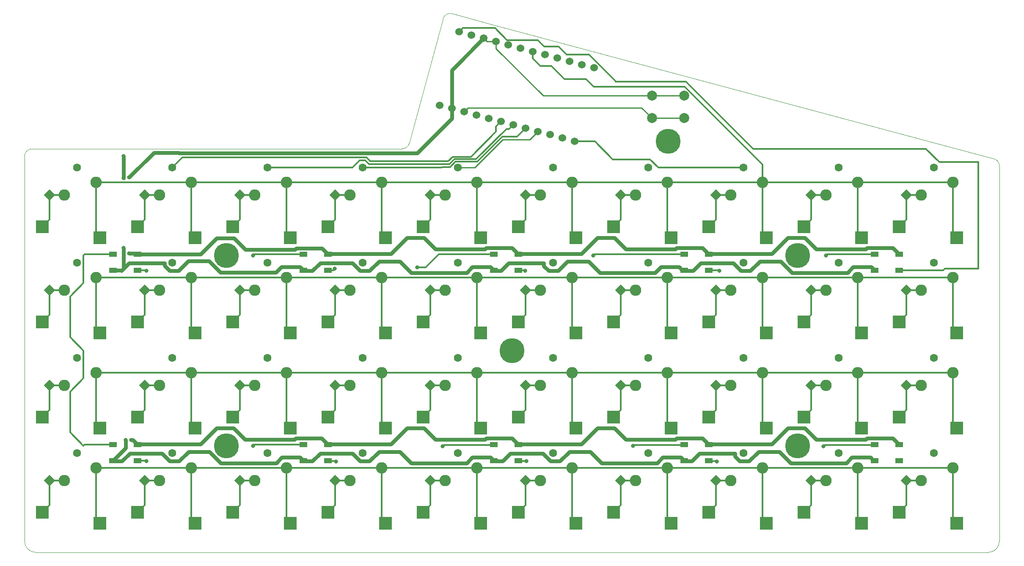
<source format=gbl>
G04 #@! TF.GenerationSoftware,KiCad,Pcbnew,6.0.7-f9a2dced07~116~ubuntu20.04.1*
G04 #@! TF.CreationDate,2022-09-22T19:19:26+08:00*
G04 #@! TF.ProjectId,V4,56342e6b-6963-4616-945f-706362585858,rev?*
G04 #@! TF.SameCoordinates,Original*
G04 #@! TF.FileFunction,Copper,L2,Bot*
G04 #@! TF.FilePolarity,Positive*
%FSLAX46Y46*%
G04 Gerber Fmt 4.6, Leading zero omitted, Abs format (unit mm)*
G04 Created by KiCad (PCBNEW 6.0.7-f9a2dced07~116~ubuntu20.04.1) date 2022-09-22 19:19:26*
%MOMM*%
%LPD*%
G01*
G04 APERTURE LIST*
G04 Aperture macros list*
%AMRotRect*
0 Rectangle, with rotation*
0 The origin of the aperture is its center*
0 $1 length*
0 $2 width*
0 $3 Rotation angle, in degrees counterclockwise*
0 Add horizontal line*
21,1,$1,$2,0,0,$3*%
G04 Aperture macros list end*
G04 #@! TA.AperFunction,Profile*
%ADD10C,0.050000*%
G04 #@! TD*
G04 #@! TA.AperFunction,ComponentPad*
%ADD11C,2.286000*%
G04 #@! TD*
G04 #@! TA.AperFunction,SMDPad,CuDef*
%ADD12R,2.600000X2.600000*%
G04 #@! TD*
G04 #@! TA.AperFunction,WasherPad*
%ADD13C,5.000000*%
G04 #@! TD*
G04 #@! TA.AperFunction,ComponentPad*
%ADD14C,2.000000*%
G04 #@! TD*
G04 #@! TA.AperFunction,ComponentPad*
%ADD15RotRect,1.600000X1.600000X45.000000*%
G04 #@! TD*
G04 #@! TA.AperFunction,ComponentPad*
%ADD16C,1.600000*%
G04 #@! TD*
G04 #@! TA.AperFunction,SMDPad,CuDef*
%ADD17R,1.500000X1.000000*%
G04 #@! TD*
G04 #@! TA.AperFunction,ComponentPad*
%ADD18C,1.524000*%
G04 #@! TD*
G04 #@! TA.AperFunction,ViaPad*
%ADD19C,0.800000*%
G04 #@! TD*
G04 #@! TA.AperFunction,Conductor*
%ADD20C,0.300000*%
G04 #@! TD*
G04 #@! TA.AperFunction,Conductor*
%ADD21C,0.250000*%
G04 #@! TD*
G04 #@! TA.AperFunction,Conductor*
%ADD22C,0.800000*%
G04 #@! TD*
G04 APERTURE END LIST*
D10*
X59436000Y-154686000D02*
X59436000Y-78486000D01*
X59436000Y-154686000D02*
G75*
G03*
X61722000Y-156972000I2286000J0D01*
G01*
X134962250Y-76200000D02*
X131178300Y-76200000D01*
X134962250Y-76200047D02*
G75*
G03*
X136434319Y-75070441I-50J1524047D01*
G01*
X60960000Y-76200000D02*
G75*
G03*
X59436000Y-77724000I0J-1524000D01*
G01*
X61722000Y-76200000D02*
X131178300Y-76200000D01*
X61722000Y-76200000D02*
X60960000Y-76200000D01*
X252222000Y-156972000D02*
X61722000Y-156972000D01*
X254507993Y-79667100D02*
G75*
G03*
X253365350Y-78179844I-1523993J11700D01*
G01*
X252222000Y-156972000D02*
G75*
G03*
X254508000Y-154686000I0J2286000D01*
G01*
X59436000Y-77724000D02*
X59436000Y-78486000D01*
X145016441Y-49147744D02*
X151738470Y-50953142D01*
X145016443Y-49147735D02*
G75*
G03*
X143149931Y-50225373I-394443J-1472065D01*
G01*
X254507999Y-79667100D02*
X254508000Y-154686000D01*
X151738470Y-50953142D02*
X253365350Y-78179844D01*
X143149931Y-50225373D02*
X136434319Y-75070441D01*
D11*
X226187000Y-140081000D03*
D12*
X226922000Y-151111000D03*
D11*
X219837000Y-142621000D03*
D12*
X215372000Y-148911000D03*
D11*
X226187001Y-101981000D03*
D12*
X226922001Y-113011000D03*
X215372001Y-110811000D03*
D11*
X219837001Y-104521000D03*
X149987000Y-101981000D03*
D12*
X150722000Y-113011000D03*
X139172000Y-110811000D03*
D11*
X143637000Y-104521000D03*
D12*
X245972000Y-151111000D03*
D11*
X245237000Y-140081000D03*
X238887000Y-142621000D03*
D12*
X234422000Y-148911000D03*
D11*
X130937000Y-82931000D03*
D12*
X131672000Y-93961000D03*
X120122000Y-91761000D03*
D11*
X124587000Y-85471000D03*
D12*
X131672000Y-132061000D03*
D11*
X130937000Y-121031000D03*
X124587000Y-123571000D03*
D12*
X120122000Y-129861000D03*
D13*
X188214000Y-74676000D03*
D11*
X130937000Y-140081000D03*
D12*
X131672000Y-151111000D03*
D11*
X124587000Y-142621000D03*
D12*
X120122000Y-148911000D03*
X188822000Y-93961000D03*
D11*
X188087000Y-82931000D03*
X181737000Y-85471000D03*
D12*
X177272000Y-91761000D03*
D11*
X188087000Y-101981000D03*
D12*
X188822000Y-113011000D03*
D11*
X181737000Y-104521000D03*
D12*
X177272000Y-110811000D03*
D11*
X207137000Y-82931000D03*
D12*
X207872000Y-93961000D03*
X196322000Y-91761000D03*
D11*
X200787000Y-85471000D03*
D12*
X150722000Y-132061000D03*
D11*
X149987000Y-121031000D03*
D12*
X139172000Y-129861000D03*
D11*
X143637000Y-123571000D03*
X111887001Y-101981000D03*
D12*
X112622001Y-113011000D03*
D11*
X105537001Y-104521000D03*
D12*
X101072001Y-110811000D03*
X245972000Y-132061000D03*
D11*
X245237000Y-121031000D03*
D12*
X234422000Y-129861000D03*
D11*
X238887000Y-123571000D03*
D12*
X93572000Y-132061001D03*
D11*
X92837000Y-121031001D03*
D12*
X82022000Y-129861001D03*
D11*
X86487000Y-123571001D03*
X111887000Y-140081000D03*
D12*
X112622000Y-151111000D03*
D11*
X105537000Y-142621000D03*
D12*
X101072000Y-148911000D03*
X112622000Y-93961000D03*
D11*
X111887000Y-82931000D03*
D12*
X101072000Y-91761000D03*
D11*
X105537000Y-85471000D03*
D12*
X93572000Y-151111000D03*
D11*
X92837000Y-140081000D03*
D12*
X82022000Y-148911000D03*
D11*
X86487000Y-142621000D03*
D13*
X214122000Y-97536000D03*
D11*
X245237000Y-82931000D03*
D12*
X245972000Y-93961000D03*
D11*
X238887000Y-85471000D03*
D12*
X234422000Y-91761000D03*
X169772000Y-132061000D03*
D11*
X169037000Y-121031000D03*
D12*
X158222000Y-129861000D03*
D11*
X162687000Y-123571000D03*
X149987000Y-82931000D03*
D12*
X150722000Y-93961000D03*
X139172000Y-91761000D03*
D11*
X143637000Y-85471000D03*
D12*
X150722000Y-151111000D03*
D11*
X149987000Y-140081000D03*
X143637000Y-142621000D03*
D12*
X139172000Y-148911000D03*
X93571999Y-113011000D03*
D11*
X92836999Y-101981000D03*
D12*
X82021999Y-110811000D03*
D11*
X86486999Y-104521000D03*
D13*
X214122000Y-135636000D03*
D11*
X169037000Y-140081000D03*
D12*
X169772000Y-151111000D03*
X158222000Y-148911000D03*
D11*
X162687000Y-142621000D03*
D12*
X188822000Y-151111000D03*
D11*
X188087000Y-140081000D03*
D12*
X177272000Y-148911000D03*
D11*
X181737000Y-142621000D03*
X130937000Y-101981000D03*
D12*
X131672000Y-113011000D03*
X120122000Y-110811000D03*
D11*
X124587000Y-104521000D03*
D12*
X93572000Y-93961000D03*
D11*
X92837000Y-82931000D03*
D12*
X82022000Y-91761000D03*
D11*
X86487000Y-85471000D03*
X207137000Y-140081000D03*
D12*
X207872000Y-151111000D03*
X196322000Y-148911000D03*
D11*
X200787000Y-142621000D03*
D12*
X245972000Y-113011000D03*
D11*
X245237000Y-101981000D03*
D12*
X234422000Y-110811000D03*
D11*
X238887000Y-104521000D03*
X169037000Y-101981000D03*
D12*
X169772000Y-113011000D03*
X158222000Y-110811000D03*
D11*
X162687000Y-104521000D03*
X169037000Y-82931000D03*
D12*
X169772000Y-93961000D03*
D11*
X162687000Y-85471000D03*
D12*
X158222000Y-91761000D03*
X207872000Y-132061001D03*
D11*
X207137000Y-121031001D03*
D12*
X196322000Y-129861001D03*
D11*
X200787000Y-123571001D03*
D12*
X112622000Y-132061001D03*
D11*
X111887000Y-121031001D03*
D12*
X101072000Y-129861001D03*
D11*
X105537000Y-123571001D03*
X226187000Y-121031001D03*
D12*
X226922000Y-132061001D03*
D11*
X219837000Y-123571001D03*
D12*
X215372000Y-129861001D03*
D13*
X156972000Y-116586000D03*
D12*
X74522000Y-151111000D03*
D11*
X73787000Y-140081000D03*
D12*
X62972000Y-148911000D03*
D11*
X67437000Y-142621000D03*
D12*
X226922000Y-93961000D03*
D11*
X226187000Y-82931000D03*
D12*
X215372000Y-91761000D03*
D11*
X219837000Y-85471000D03*
D12*
X74522000Y-93961000D03*
D11*
X73787000Y-82931000D03*
X67437000Y-85471000D03*
D12*
X62972000Y-91761000D03*
D11*
X207136999Y-101981000D03*
D12*
X207871999Y-113011000D03*
X196321999Y-110811000D03*
D11*
X200786999Y-104521000D03*
D13*
X99822000Y-97536000D03*
D12*
X188822000Y-132061000D03*
D11*
X188087000Y-121031000D03*
D12*
X177272000Y-129861000D03*
D11*
X181737000Y-123571000D03*
D12*
X74522000Y-132061000D03*
D11*
X73787000Y-121031000D03*
D12*
X62972000Y-129861000D03*
D11*
X67437000Y-123571000D03*
D12*
X74522000Y-113011000D03*
D11*
X73787000Y-101981000D03*
X67437000Y-104521000D03*
D12*
X62972000Y-110811000D03*
D14*
X184964000Y-70068000D03*
X191464000Y-70068000D03*
X184964000Y-65568000D03*
X191464000Y-65568000D03*
D13*
X99822000Y-135636000D03*
D15*
X159649284Y-104498716D03*
D16*
X165164716Y-98983284D03*
D17*
X120137000Y-97331000D03*
X120137000Y-100531000D03*
X115237000Y-100531000D03*
X115237000Y-97331000D03*
X115237000Y-138621000D03*
X115237000Y-135421000D03*
X120137000Y-135421000D03*
X120137000Y-138621000D03*
D15*
X235849284Y-85448715D03*
D16*
X241364716Y-79933283D03*
D15*
X197749284Y-123548715D03*
D16*
X203264716Y-118033283D03*
D15*
X64399284Y-123548715D03*
D16*
X69914716Y-118033283D03*
D15*
X159649283Y-85448715D03*
D16*
X165164715Y-79933283D03*
D15*
X64399284Y-104498716D03*
D16*
X69914716Y-98983284D03*
D15*
X216799284Y-104498715D03*
D16*
X222314716Y-98983283D03*
D15*
X140599284Y-104498715D03*
D16*
X146114716Y-98983283D03*
D15*
X235849284Y-104498715D03*
D16*
X241364716Y-98983283D03*
D15*
X121549284Y-123548715D03*
D16*
X127064716Y-118033283D03*
D15*
X83449285Y-85448715D03*
D16*
X88964717Y-79933283D03*
D15*
X178699284Y-104498716D03*
D16*
X184214716Y-98983284D03*
D17*
X158237000Y-97331000D03*
X158237000Y-100531000D03*
X153337000Y-100531000D03*
X153337000Y-97331000D03*
D15*
X121549284Y-85448715D03*
D16*
X127064716Y-79933283D03*
D17*
X229537000Y-138621000D03*
X229537000Y-135421000D03*
X234437000Y-135421000D03*
X234437000Y-138621000D03*
D15*
X102499284Y-85448715D03*
D16*
X108014716Y-79933283D03*
D17*
X196337000Y-97331000D03*
X196337000Y-100531000D03*
X191437000Y-100531000D03*
X191437000Y-97331000D03*
D15*
X102499284Y-104498715D03*
D16*
X108014716Y-98983283D03*
D15*
X121549284Y-104498715D03*
D16*
X127064716Y-98983283D03*
D15*
X235849284Y-142598716D03*
D16*
X241364716Y-137083284D03*
D15*
X83449284Y-104498716D03*
D16*
X88964716Y-98983284D03*
D15*
X216799283Y-123548715D03*
D16*
X222314715Y-118033283D03*
D15*
X197749284Y-104498716D03*
D16*
X203264716Y-98983284D03*
D15*
X121549284Y-142598716D03*
D16*
X127064716Y-137083284D03*
D15*
X197749284Y-142598715D03*
D16*
X203264716Y-137083283D03*
D15*
X83449284Y-123548715D03*
D16*
X88964716Y-118033283D03*
D15*
X159649284Y-123548715D03*
D16*
X165164716Y-118033283D03*
D15*
X102499284Y-142598715D03*
D16*
X108014716Y-137083283D03*
D17*
X234437000Y-97331000D03*
X234437000Y-100531000D03*
X229537000Y-100531000D03*
X229537000Y-97331000D03*
D15*
X235849284Y-123548715D03*
D16*
X241364716Y-118033283D03*
D15*
X216799284Y-85448715D03*
D16*
X222314716Y-79933283D03*
D15*
X159649284Y-142598715D03*
D16*
X165164716Y-137083283D03*
D15*
X140599284Y-123548715D03*
D16*
X146114716Y-118033283D03*
D15*
X216799283Y-142598715D03*
D16*
X222314715Y-137083283D03*
D15*
X102499284Y-123548715D03*
D16*
X108014716Y-118033283D03*
D15*
X178699284Y-142598715D03*
D16*
X184214716Y-137083283D03*
D15*
X140599284Y-85448715D03*
D16*
X146114716Y-79933283D03*
D15*
X178699284Y-123548715D03*
D16*
X184214716Y-118033283D03*
D17*
X191437000Y-138621000D03*
X191437000Y-135421000D03*
X196337000Y-135421000D03*
X196337000Y-138621000D03*
D15*
X178699284Y-85448716D03*
D16*
X184214716Y-79933284D03*
D17*
X153337000Y-138621000D03*
X153337000Y-135421000D03*
X158237000Y-135421000D03*
X158237000Y-138621000D03*
D15*
X64399284Y-142598715D03*
D16*
X69914716Y-137083283D03*
D15*
X197749284Y-85448715D03*
D16*
X203264716Y-79933283D03*
D15*
X140599284Y-142598715D03*
D16*
X146114716Y-137083283D03*
D15*
X64399283Y-85448715D03*
D16*
X69914715Y-79933283D03*
D15*
X83449284Y-142598715D03*
D16*
X88964716Y-137083283D03*
D17*
X82037000Y-97331000D03*
X82037000Y-100531000D03*
X77137000Y-100531000D03*
X77137000Y-97331000D03*
D18*
X146435236Y-52757397D03*
X148888688Y-53414797D03*
X151342139Y-54072199D03*
X153795590Y-54729598D03*
X156249043Y-55386999D03*
X158702494Y-56044399D03*
X161155946Y-56701799D03*
X163609398Y-57359200D03*
X166062850Y-58016600D03*
X168516300Y-58674000D03*
X170969752Y-59331401D03*
X173423204Y-59988801D03*
X169483978Y-74690191D03*
X167030527Y-74032792D03*
X164577075Y-73375390D03*
X162123622Y-72717991D03*
X159670173Y-72060591D03*
X157216720Y-71403190D03*
X154763269Y-70745790D03*
X152309817Y-70088389D03*
X149856365Y-69430989D03*
X147402913Y-68773589D03*
X144949462Y-68116188D03*
X142496012Y-67458788D03*
D17*
X77137000Y-138621000D03*
X77137000Y-135421000D03*
X82037000Y-135421000D03*
X82037000Y-138621000D03*
D19*
X198501000Y-100584000D03*
X219837000Y-97536000D03*
X159639000Y-100584000D03*
X173267500Y-97536000D03*
X121539000Y-100212500D03*
X137986641Y-99918500D03*
X105156000Y-97536000D03*
X83820000Y-100584000D03*
X83820000Y-138684000D03*
X105156000Y-135636000D03*
X121798000Y-138747000D03*
X143134000Y-135699000D03*
X159885916Y-138722171D03*
X181221916Y-135674171D03*
X197998000Y-138747000D03*
X219334000Y-135699000D03*
X78867000Y-100584000D03*
X80772000Y-134493000D03*
X79248000Y-82081000D03*
X79248000Y-77636000D03*
X79291500Y-96055000D03*
X80391000Y-97155000D03*
X80391000Y-81915000D03*
X79672000Y-134493000D03*
D20*
X64399284Y-142598716D02*
X64399284Y-147483716D01*
X64399284Y-142598716D02*
X67414716Y-142598718D01*
X64399284Y-147483716D02*
X62972000Y-148911000D01*
X153773073Y-71735986D02*
X154763269Y-70745790D01*
X91012000Y-77886000D02*
X127883528Y-77886000D01*
X88964717Y-79933283D02*
X91012000Y-77886000D01*
X144208500Y-78676500D02*
X145101717Y-77783283D01*
X141951000Y-78648000D02*
X141979500Y-78676500D01*
X141979500Y-78676500D02*
X144208500Y-78676500D01*
X148746717Y-77783283D02*
X153773073Y-72756927D01*
X128645528Y-78648000D02*
X141951000Y-78648000D01*
X127883528Y-77886000D02*
X128645528Y-78648000D01*
X153773073Y-72756927D02*
X153773073Y-71735986D01*
X145101717Y-77783283D02*
X148746717Y-77783283D01*
X128397000Y-79248000D02*
X144466547Y-79248000D01*
X144466547Y-79248000D02*
X145431264Y-78283283D01*
X155867100Y-72199500D02*
X156420410Y-72199500D01*
X156420410Y-72199500D02*
X157216720Y-71403190D01*
X125044717Y-79933283D02*
X126492000Y-78486000D01*
X149792697Y-78273903D02*
X155867100Y-72199500D01*
X149792697Y-78283283D02*
X149792697Y-78273903D01*
X145431264Y-78283283D02*
X149792697Y-78283283D01*
X126492000Y-78486000D02*
X127635000Y-78486000D01*
X127635000Y-78486000D02*
X128397000Y-79248000D01*
X108014716Y-79933283D02*
X125044717Y-79933283D01*
X127064716Y-79933283D02*
X142951717Y-79933283D01*
X145638370Y-78783283D02*
X149999803Y-78783283D01*
X142951717Y-79933283D02*
X143065500Y-79819500D01*
X155033086Y-73750000D02*
X157980764Y-73750000D01*
X144602153Y-79819500D02*
X145638370Y-78783283D01*
X143065500Y-79819500D02*
X144602153Y-79819500D01*
X149999803Y-78783283D02*
X155033086Y-73750000D01*
X157980764Y-73750000D02*
X159670173Y-72060591D01*
D21*
X146114716Y-79933283D02*
X149521555Y-79933283D01*
X155134838Y-74320000D02*
X160521613Y-74320000D01*
X149521555Y-79933283D02*
X155134838Y-74320000D01*
X160521613Y-74320000D02*
X162123622Y-72717991D01*
D20*
X173533917Y-74690191D02*
X169483978Y-74690191D01*
X203264716Y-79933283D02*
X186232283Y-79933283D01*
X177139226Y-78295500D02*
X173533917Y-74690191D01*
X186232283Y-79933283D02*
X184594500Y-78295500D01*
X184594500Y-78295500D02*
X177139226Y-78295500D01*
X191545189Y-63740000D02*
X173280000Y-63740000D01*
X130937000Y-82931000D02*
X130937000Y-93225999D01*
X73787000Y-82931000D02*
X73786999Y-93225999D01*
X162692182Y-59650000D02*
X161155946Y-58113764D01*
X245237000Y-82931000D02*
X245237000Y-93225999D01*
X173280000Y-63740000D02*
X171760000Y-62220000D01*
X207137000Y-82931000D02*
X207137000Y-79331811D01*
X161155946Y-58113764D02*
X161155946Y-56701799D01*
X73787000Y-82931000D02*
X245237000Y-82931000D01*
X207137000Y-79331811D02*
X191545189Y-63740000D01*
X226186999Y-82931000D02*
X226187000Y-93225999D01*
X169037000Y-82931000D02*
X169037000Y-93225999D01*
X92837000Y-82931000D02*
X92837001Y-93225999D01*
X167440000Y-62220000D02*
X164870000Y-59650000D01*
X207137000Y-82931000D02*
X207137000Y-93225999D01*
X164870000Y-59650000D02*
X162692182Y-59650000D01*
X188087000Y-82931000D02*
X188087000Y-93225998D01*
X111887000Y-82931000D02*
X111887000Y-93225999D01*
X149987001Y-82931000D02*
X149987000Y-93225999D01*
X171760000Y-62220000D02*
X167440000Y-62220000D01*
X188087000Y-101981000D02*
X188087000Y-112276000D01*
X226186999Y-101981000D02*
X226187000Y-112275999D01*
X130937000Y-101981001D02*
X130937000Y-112275999D01*
X207137000Y-101981000D02*
X207137000Y-112275999D01*
X149987001Y-101981000D02*
X149987000Y-112275999D01*
X92837000Y-101981000D02*
X92837000Y-112276000D01*
X73787000Y-101981000D02*
X73787000Y-112276000D01*
X169037000Y-101981000D02*
X169037000Y-112275999D01*
X245237000Y-101981001D02*
X245237000Y-112275999D01*
X111887000Y-101981000D02*
X111887000Y-112275999D01*
X245237000Y-101981000D02*
X73787000Y-101981000D01*
X207137000Y-121031000D02*
X207137000Y-131325999D01*
X226187000Y-121031001D02*
X226187000Y-131325999D01*
X73787000Y-121031000D02*
X245237000Y-121031000D01*
X73787000Y-121031000D02*
X73787000Y-131325999D01*
X111887000Y-121031001D02*
X111887000Y-131325999D01*
X188087000Y-121031000D02*
X188087000Y-131325999D01*
X92837000Y-121031000D02*
X92837000Y-131325999D01*
X130937000Y-121031001D02*
X130937000Y-131325999D01*
X169037000Y-121031000D02*
X169037000Y-131325999D01*
X245237000Y-121031001D02*
X245237000Y-131325999D01*
X149987000Y-121031001D02*
X149987000Y-131325999D01*
X226187000Y-140081000D02*
X226186999Y-150375999D01*
X245237000Y-140081000D02*
X73787000Y-140081000D01*
X73786999Y-140081000D02*
X73787000Y-150375999D01*
X188087000Y-140081000D02*
X188087000Y-150375999D01*
X245237000Y-140081000D02*
X245237001Y-150375999D01*
X207137000Y-140081000D02*
X207137000Y-150375999D01*
X130937000Y-140081000D02*
X130936999Y-150375999D01*
X149987000Y-140081000D02*
X149987001Y-150375999D01*
X92837001Y-140081000D02*
X92837000Y-150375999D01*
X111887000Y-140081000D02*
X111887000Y-150375999D01*
X169037000Y-140081000D02*
X169037000Y-150375999D01*
X205200000Y-76210000D02*
X191740000Y-62750000D01*
X177700000Y-62750000D02*
X177700000Y-62692991D01*
X166280000Y-55720000D02*
X163420000Y-55720000D01*
X191740000Y-62750000D02*
X177700000Y-62750000D01*
X163420000Y-55720000D02*
X162130000Y-54430000D01*
X167930000Y-57370000D02*
X166280000Y-55720000D01*
X234437000Y-100531000D02*
X243238297Y-100531000D01*
X172377009Y-57370000D02*
X167930000Y-57370000D01*
X239819324Y-76210000D02*
X205200000Y-76210000D01*
X243238297Y-100531000D02*
X243566297Y-100203000D01*
X250317000Y-100203000D02*
X250317000Y-78867000D01*
X162130000Y-54430000D02*
X156000000Y-54430000D01*
X177700000Y-62692991D02*
X172377009Y-57370000D01*
X147197235Y-51995398D02*
X146435236Y-52757397D01*
X156000000Y-54430000D02*
X153565398Y-51995398D01*
X153565398Y-51995398D02*
X147197235Y-51995398D01*
X250317000Y-78867000D02*
X242476324Y-78867000D01*
X243566297Y-100203000D02*
X250317000Y-100203000D01*
X242476324Y-78867000D02*
X239819324Y-76210000D01*
D21*
X148164912Y-68011590D02*
X147402913Y-68773589D01*
X184964000Y-70068000D02*
X182907590Y-68011590D01*
X184964000Y-70068000D02*
X191464000Y-70068000D01*
X182907590Y-68011590D02*
X148164912Y-68011590D01*
D20*
X198438000Y-100521000D02*
X198501000Y-100584000D01*
X196718000Y-100521000D02*
X198438000Y-100521000D01*
X219837000Y-97536000D02*
X220052000Y-97321000D01*
X220052000Y-97321000D02*
X229918000Y-97321000D01*
X173267500Y-97536000D02*
X173472500Y-97331000D01*
X159586000Y-100531000D02*
X159639000Y-100584000D01*
X158237000Y-100531000D02*
X159586000Y-100531000D01*
X173472500Y-97331000D02*
X191437000Y-97331000D01*
X142318000Y-97331000D02*
X153337000Y-97331000D01*
X139730500Y-99918500D02*
X142318000Y-97331000D01*
X137986641Y-99918500D02*
X139730500Y-99918500D01*
X121220500Y-100531000D02*
X121539000Y-100212500D01*
X120137000Y-100531000D02*
X121220500Y-100531000D01*
X105371000Y-97321000D02*
X115237000Y-97321000D01*
X83757000Y-100521000D02*
X83820000Y-100584000D01*
X105156000Y-97536000D02*
X105371000Y-97321000D01*
X82037000Y-100521000D02*
X83757000Y-100521000D01*
X68580000Y-105740301D02*
X68580000Y-113919000D01*
X71452000Y-97331000D02*
X71247000Y-97536000D01*
X68580000Y-124790301D02*
X68580000Y-132969000D01*
X71247000Y-116586000D02*
X71247000Y-122123301D01*
X71247000Y-97536000D02*
X71247000Y-103073301D01*
X71247000Y-122123301D02*
X68580000Y-124790301D01*
X71462000Y-135421000D02*
X77137000Y-135421000D01*
X71247000Y-103073301D02*
X68580000Y-105740301D01*
X71247000Y-135636000D02*
X71462000Y-135421000D01*
X68580000Y-132969000D02*
X71247000Y-135636000D01*
X68580000Y-113919000D02*
X71247000Y-116586000D01*
X77137000Y-97331000D02*
X71452000Y-97331000D01*
X82037000Y-138621000D02*
X83757000Y-138621000D01*
X105371000Y-135421000D02*
X115237000Y-135421000D01*
X105156000Y-135636000D02*
X105371000Y-135421000D01*
X83757000Y-138621000D02*
X83820000Y-138684000D01*
X143349000Y-135484000D02*
X153215000Y-135484000D01*
X120015000Y-138684000D02*
X121735000Y-138684000D01*
X121735000Y-138684000D02*
X121798000Y-138747000D01*
X143134000Y-135699000D02*
X143349000Y-135484000D01*
X181436916Y-135459171D02*
X191302916Y-135459171D01*
X158102916Y-138659171D02*
X159822916Y-138659171D01*
X159822916Y-138659171D02*
X159885916Y-138722171D01*
X181221916Y-135674171D02*
X181436916Y-135459171D01*
X219549000Y-135484000D02*
X229415000Y-135484000D01*
X196215000Y-138684000D02*
X197935000Y-138684000D01*
X197935000Y-138684000D02*
X197998000Y-138747000D01*
X219334000Y-135699000D02*
X219549000Y-135484000D01*
D22*
X206555000Y-98732000D02*
X210746000Y-98732000D01*
X113460000Y-134374000D02*
X113722000Y-134112000D01*
X87464716Y-99060000D02*
X87464716Y-99604605D01*
X87464716Y-99604605D02*
X88444111Y-100584000D01*
X213032000Y-101018000D02*
X224081000Y-101018000D01*
X227760000Y-134374000D02*
X228022000Y-134112000D01*
X81972000Y-135312000D02*
X94628000Y-135312000D01*
X224081000Y-101018000D02*
X225224000Y-99875000D01*
X174052000Y-132088000D02*
X177481000Y-132088000D01*
X92202000Y-98679000D02*
X96393000Y-98679000D01*
X201273111Y-99113000D02*
X202797111Y-100637000D01*
X194744000Y-99113000D02*
X201273111Y-99113000D01*
X97852000Y-132088000D02*
X101281000Y-132088000D01*
X215581000Y-132088000D02*
X217867000Y-134374000D01*
X217867000Y-134374000D02*
X227760000Y-134374000D01*
X152681000Y-99875000D02*
X153390000Y-100584000D01*
X151560000Y-134374000D02*
X151822000Y-134112000D01*
X228022000Y-134112000D02*
X233172000Y-134112000D01*
X208928000Y-135312000D02*
X212152000Y-132088000D01*
X77137000Y-100531000D02*
X78814000Y-100531000D01*
X130355000Y-98732000D02*
X134546000Y-98732000D01*
X158172000Y-135312000D02*
X170828000Y-135312000D01*
X81109000Y-134493000D02*
X82037000Y-135421000D01*
X164316111Y-100637000D02*
X166169000Y-100637000D01*
X90297000Y-100584000D02*
X92202000Y-98679000D01*
X114528000Y-99822000D02*
X115237000Y-100531000D01*
X174551000Y-101018000D02*
X185600000Y-101018000D01*
X204650000Y-100637000D02*
X206555000Y-98732000D01*
X149024000Y-99875000D02*
X152681000Y-99875000D01*
X202797111Y-100637000D02*
X204650000Y-100637000D01*
X185600000Y-101018000D02*
X186743000Y-99875000D01*
X88444111Y-100584000D02*
X90297000Y-100584000D01*
X193220000Y-100637000D02*
X194744000Y-99113000D01*
X189660000Y-134374000D02*
X189922000Y-134112000D01*
X103567000Y-134374000D02*
X113460000Y-134374000D01*
X80772000Y-134493000D02*
X81109000Y-134493000D01*
X163336716Y-99657605D02*
X164316111Y-100637000D01*
X136832000Y-101018000D02*
X147881000Y-101018000D01*
X233172000Y-134112000D02*
X234372000Y-135312000D01*
X125020111Y-99060000D02*
X126597111Y-100637000D01*
X154739000Y-100637000D02*
X156263000Y-99113000D01*
X212152000Y-132088000D02*
X215581000Y-132088000D01*
X156972000Y-134112000D02*
X158172000Y-135312000D01*
X79248000Y-77636000D02*
X79248000Y-82081000D01*
X118597000Y-99060000D02*
X125020111Y-99060000D01*
X134546000Y-98732000D02*
X136832000Y-101018000D01*
X166169000Y-100637000D02*
X168074000Y-98732000D01*
X153009000Y-100584000D02*
X154686000Y-100584000D01*
X132728000Y-135312000D02*
X135952000Y-132088000D01*
X196272000Y-135312000D02*
X208928000Y-135312000D01*
X94628000Y-135312000D02*
X97852000Y-132088000D01*
X141667000Y-134374000D02*
X151560000Y-134374000D01*
X78867000Y-100584000D02*
X80391000Y-99060000D01*
X225224000Y-99875000D02*
X228881000Y-99875000D01*
X96393000Y-98679000D02*
X98679000Y-100965000D01*
X78814000Y-100531000D02*
X78867000Y-100584000D01*
X189922000Y-134112000D02*
X195072000Y-134112000D01*
X172265000Y-98732000D02*
X174551000Y-101018000D01*
X190400000Y-99875000D02*
X191109000Y-100584000D01*
X126597111Y-100637000D02*
X128450000Y-100637000D01*
X151822000Y-134112000D02*
X156972000Y-134112000D01*
X163336716Y-99113000D02*
X163336716Y-99657605D01*
X195072000Y-134112000D02*
X196272000Y-135312000D01*
X101281000Y-132088000D02*
X103567000Y-134374000D01*
X186743000Y-99875000D02*
X190400000Y-99875000D01*
X98679000Y-100965000D02*
X109728000Y-100965000D01*
X170828000Y-135312000D02*
X174052000Y-132088000D01*
X110871000Y-99822000D02*
X114528000Y-99822000D01*
X128450000Y-100637000D02*
X130355000Y-98732000D01*
X179767000Y-134374000D02*
X189660000Y-134374000D01*
X115290000Y-100584000D02*
X116967000Y-100584000D01*
X156263000Y-99113000D02*
X163336716Y-99113000D01*
X135952000Y-132088000D02*
X139381000Y-132088000D01*
X79248000Y-96098500D02*
X79248000Y-100203000D01*
X177481000Y-132088000D02*
X179767000Y-134374000D01*
X120072000Y-135312000D02*
X132728000Y-135312000D01*
X228881000Y-99875000D02*
X229590000Y-100584000D01*
X168074000Y-98732000D02*
X172265000Y-98732000D01*
X191490000Y-100584000D02*
X193167000Y-100584000D01*
X147881000Y-101018000D02*
X149024000Y-99875000D01*
X113722000Y-134112000D02*
X118872000Y-134112000D01*
X139381000Y-132088000D02*
X141667000Y-134374000D01*
X118872000Y-134112000D02*
X120072000Y-135312000D01*
X79291500Y-96055000D02*
X79248000Y-96098500D01*
X109728000Y-100965000D02*
X110871000Y-99822000D01*
X210746000Y-98732000D02*
X213032000Y-101018000D01*
X117020000Y-100637000D02*
X118597000Y-99060000D01*
X80391000Y-99060000D02*
X87464716Y-99060000D01*
X132728000Y-97212000D02*
X135952000Y-93988000D01*
X135952000Y-93988000D02*
X139381000Y-93988000D01*
X126597111Y-138737000D02*
X128450000Y-138737000D01*
X141667000Y-96274000D02*
X151560000Y-96274000D01*
X208928000Y-97212000D02*
X212152000Y-93988000D01*
X151822000Y-96012000D02*
X156972000Y-96012000D01*
X204422000Y-138737000D02*
X206327000Y-136832000D01*
X86920111Y-137160000D02*
X88497111Y-138737000D01*
X156972000Y-96012000D02*
X158172000Y-97212000D01*
X179767000Y-96274000D02*
X189660000Y-96274000D01*
X144949462Y-70110538D02*
X144949462Y-68116188D01*
X212152000Y-93988000D02*
X215581000Y-93988000D01*
X228653000Y-137975000D02*
X229362000Y-138684000D01*
X109781000Y-139118000D02*
X110924000Y-137975000D01*
D21*
X184964000Y-65568000D02*
X191464000Y-65568000D01*
D22*
X170828000Y-97212000D02*
X174052000Y-93988000D01*
X90370999Y-77035999D02*
X138024001Y-77035999D01*
X156644000Y-137213000D02*
X163173111Y-137213000D01*
X177481000Y-93988000D02*
X179767000Y-96274000D01*
X174052000Y-93988000D02*
X177481000Y-93988000D01*
X117020000Y-138737000D02*
X118597000Y-137160000D01*
X210518000Y-136832000D02*
X212804000Y-139118000D01*
X201589716Y-137757605D02*
X202569111Y-138737000D01*
X136832000Y-139118000D02*
X147881000Y-139118000D01*
X164697111Y-138737000D02*
X166550000Y-138737000D01*
X202569111Y-138737000D02*
X204422000Y-138737000D01*
X110924000Y-137975000D02*
X114581000Y-137975000D01*
X187124000Y-137975000D02*
X190781000Y-137975000D01*
X227760000Y-96274000D02*
X228022000Y-96012000D01*
X139381000Y-93988000D02*
X141667000Y-96274000D01*
X81861000Y-97155000D02*
X82037000Y-97331000D01*
X155120000Y-138737000D02*
X156644000Y-137213000D01*
X168455000Y-136832000D02*
X172646000Y-136832000D01*
X120072000Y-97212000D02*
X132728000Y-97212000D01*
X94693000Y-97331000D02*
X97917000Y-94107000D01*
X144949462Y-68116188D02*
X144949462Y-60464876D01*
X113787000Y-96131000D02*
X118937000Y-96131000D01*
X212804000Y-139118000D02*
X223853000Y-139118000D01*
X118937000Y-96131000D02*
X120137000Y-97331000D01*
X224996000Y-137975000D02*
X228653000Y-137975000D01*
X158172000Y-97212000D02*
X170828000Y-97212000D01*
X185981000Y-139118000D02*
X187124000Y-137975000D01*
X228022000Y-96012000D02*
X233172000Y-96012000D01*
D21*
X153795590Y-54729598D02*
X151999538Y-54729598D01*
D22*
X80497000Y-137160000D02*
X86920111Y-137160000D01*
X144949462Y-60464876D02*
X151342139Y-54072199D01*
X80391000Y-81915000D02*
X85344000Y-76962000D01*
X153390000Y-138684000D02*
X155067000Y-138684000D01*
X115290000Y-138684000D02*
X116967000Y-138684000D01*
X82037000Y-97331000D02*
X94693000Y-97331000D01*
X130355000Y-136832000D02*
X134546000Y-136832000D01*
X152681000Y-137975000D02*
X153390000Y-138684000D01*
X151560000Y-96274000D02*
X151822000Y-96012000D01*
X85344000Y-76962000D02*
X90297000Y-76962000D01*
X147881000Y-139118000D02*
X149024000Y-137975000D01*
D21*
X184964000Y-65568000D02*
X163222028Y-65568000D01*
D22*
X138024001Y-77035999D02*
X144949462Y-70110538D01*
X80391000Y-97155000D02*
X81861000Y-97155000D01*
X223853000Y-139118000D02*
X224996000Y-137975000D01*
D21*
X151999538Y-54729598D02*
X151342139Y-54072199D01*
D22*
X101346000Y-94107000D02*
X103632000Y-96393000D01*
X190781000Y-137975000D02*
X191490000Y-138684000D01*
X113525000Y-96393000D02*
X113787000Y-96131000D01*
X118597000Y-137160000D02*
X125020111Y-137160000D01*
D21*
X153795590Y-56141562D02*
X153795590Y-54729598D01*
X163222028Y-65568000D02*
X153795590Y-56141562D01*
D22*
X215581000Y-93988000D02*
X217867000Y-96274000D01*
X77137000Y-138621000D02*
X79672000Y-136086000D01*
X206327000Y-136832000D02*
X210518000Y-136832000D01*
X163173111Y-137213000D02*
X164697111Y-138737000D01*
X98732000Y-139118000D02*
X109781000Y-139118000D01*
X191262000Y-138684000D02*
X192939000Y-138684000D01*
X189660000Y-96274000D02*
X189922000Y-96012000D01*
X189922000Y-96012000D02*
X195072000Y-96012000D01*
X88497111Y-138737000D02*
X90350000Y-138737000D01*
X90297000Y-76962000D02*
X90370999Y-77035999D01*
X192992000Y-138737000D02*
X194516000Y-137213000D01*
X90350000Y-138737000D02*
X92255000Y-136832000D01*
X166550000Y-138737000D02*
X168455000Y-136832000D01*
X79672000Y-136086000D02*
X79672000Y-134493000D01*
X196272000Y-97212000D02*
X208928000Y-97212000D01*
X97917000Y-94107000D02*
X101346000Y-94107000D01*
X174932000Y-139118000D02*
X185981000Y-139118000D01*
X78920000Y-138737000D02*
X80497000Y-137160000D01*
X103632000Y-96393000D02*
X113525000Y-96393000D01*
X195072000Y-96012000D02*
X196272000Y-97212000D01*
X172646000Y-136832000D02*
X174932000Y-139118000D01*
X96446000Y-136832000D02*
X98732000Y-139118000D01*
X194516000Y-137213000D02*
X201589716Y-137213000D01*
X128450000Y-138737000D02*
X130355000Y-136832000D01*
X217867000Y-96274000D02*
X227760000Y-96274000D01*
X92255000Y-136832000D02*
X96446000Y-136832000D01*
X201589716Y-137213000D02*
X201589716Y-137757605D01*
X134546000Y-136832000D02*
X136832000Y-139118000D01*
X77190000Y-138684000D02*
X78867000Y-138684000D01*
X114581000Y-137975000D02*
X115290000Y-138684000D01*
X125020111Y-137160000D02*
X126597111Y-138737000D01*
X149024000Y-137975000D02*
X152681000Y-137975000D01*
X233172000Y-96012000D02*
X234372000Y-97212000D01*
D20*
X64399284Y-123548716D02*
X67414716Y-123548717D01*
X64399284Y-128433716D02*
X62972000Y-129861000D01*
X64399284Y-123548716D02*
X64399284Y-128433716D01*
X64399284Y-109383716D02*
X62972000Y-110811000D01*
X64399284Y-104498716D02*
X64399284Y-109383716D01*
X64399284Y-104498716D02*
X67414716Y-104498717D01*
X64399284Y-85448716D02*
X67414716Y-85448717D01*
X64399284Y-90333716D02*
X62972000Y-91761000D01*
X64399284Y-85448716D02*
X64399284Y-90333716D01*
X83449284Y-147483717D02*
X82022000Y-148911000D01*
X83449284Y-142598716D02*
X86464716Y-142598717D01*
X83449284Y-142598716D02*
X83449284Y-147483717D01*
X83449284Y-123548716D02*
X86464716Y-123548717D01*
X83449284Y-123548716D02*
X83449284Y-128433716D01*
X83449284Y-128433716D02*
X82022000Y-129861000D01*
X83449284Y-104498717D02*
X83449284Y-109383716D01*
X83449284Y-109383716D02*
X82022000Y-110811000D01*
X83449284Y-104498717D02*
X86464716Y-104498717D01*
X83449284Y-90333716D02*
X82022000Y-91761000D01*
X83449284Y-85448716D02*
X86464716Y-85448718D01*
X83449284Y-85448716D02*
X83449284Y-90333716D01*
X102499284Y-142598716D02*
X102499285Y-147483716D01*
X102499285Y-147483716D02*
X101072000Y-148911000D01*
X102499284Y-142598716D02*
X105514716Y-142598717D01*
X102499285Y-128433716D02*
X101072000Y-129861001D01*
X102499284Y-123548716D02*
X105514716Y-123548717D01*
X102499284Y-123548716D02*
X102499285Y-128433716D01*
X102499285Y-104498716D02*
X102499284Y-109383716D01*
X102499284Y-109383716D02*
X101071999Y-110811000D01*
X102499285Y-104498716D02*
X105514716Y-104498717D01*
X102499285Y-85448716D02*
X102499284Y-90333716D01*
X102499284Y-90333716D02*
X101072000Y-91761000D01*
X102499285Y-85448716D02*
X105514716Y-85448718D01*
X121549284Y-147483716D02*
X120122000Y-148911000D01*
X121549284Y-142598716D02*
X121549284Y-147483716D01*
X121549284Y-142598716D02*
X124564716Y-142598717D01*
X121549284Y-123548716D02*
X124564716Y-123548717D01*
X121549284Y-128433716D02*
X120122000Y-129861001D01*
X121549284Y-123548716D02*
X121549284Y-128433716D01*
X121549284Y-109383717D02*
X120122001Y-110811000D01*
X121549284Y-104498716D02*
X121549284Y-109383717D01*
X121549284Y-104498716D02*
X124564716Y-104498717D01*
X121549284Y-85448716D02*
X124564716Y-85448717D01*
X121549284Y-85448716D02*
X121549284Y-90333716D01*
X121549284Y-90333716D02*
X120122000Y-91761000D01*
X140599284Y-142598715D02*
X143614716Y-142598718D01*
X140599284Y-142598715D02*
X140599284Y-147483716D01*
X140599284Y-147483716D02*
X139172000Y-148911000D01*
X140599284Y-123548716D02*
X140599284Y-128433716D01*
X140599284Y-123548716D02*
X143614715Y-123548717D01*
X140599284Y-128433716D02*
X139172000Y-129861000D01*
X140599284Y-104498716D02*
X143614716Y-104498717D01*
X140599284Y-109383717D02*
X139172000Y-110811000D01*
X140599284Y-104498716D02*
X140599284Y-109383717D01*
X140599284Y-85448716D02*
X143614716Y-85448717D01*
X140599284Y-90333717D02*
X139172000Y-91761000D01*
X140599284Y-85448716D02*
X140599284Y-90333717D01*
X159649284Y-147483716D02*
X158222000Y-148911000D01*
X159649284Y-142598716D02*
X159649284Y-147483716D01*
X159649284Y-142598716D02*
X162664716Y-142598718D01*
X159649284Y-123548716D02*
X159649284Y-128433716D01*
X159649284Y-128433716D02*
X158222000Y-129861000D01*
X159649284Y-123548716D02*
X162664717Y-123548717D01*
X159649284Y-104498716D02*
X162664716Y-104498717D01*
X159649284Y-109383717D02*
X158222000Y-110811000D01*
X159649284Y-104498716D02*
X159649284Y-109383717D01*
X159649284Y-85448716D02*
X159649284Y-90333716D01*
X159649284Y-90333716D02*
X158222000Y-91761000D01*
X159649284Y-85448716D02*
X162664716Y-85448717D01*
X178699284Y-142598716D02*
X178699284Y-147483716D01*
X178699284Y-142598716D02*
X181714716Y-142598717D01*
X178699284Y-147483716D02*
X177272000Y-148911000D01*
X178699284Y-123548716D02*
X181714716Y-123548717D01*
X178699284Y-128433716D02*
X177272000Y-129861000D01*
X178699284Y-123548716D02*
X178699284Y-128433716D01*
X178699284Y-104498716D02*
X178699284Y-109383716D01*
X178699284Y-109383716D02*
X177272000Y-110811000D01*
X178699284Y-104498716D02*
X181714716Y-104498717D01*
X178699284Y-90333716D02*
X177272000Y-91761000D01*
X178699284Y-85448716D02*
X178699284Y-90333716D01*
X178699284Y-85448716D02*
X181714716Y-85448717D01*
X197749284Y-147483717D02*
X196322000Y-148911000D01*
X197749284Y-142598716D02*
X197749284Y-147483717D01*
X197749284Y-142598716D02*
X200764716Y-142598717D01*
X197749284Y-123548716D02*
X197749284Y-128433716D01*
X197749284Y-123548716D02*
X200764716Y-123548717D01*
X197749284Y-128433716D02*
X196322000Y-129861000D01*
X197749284Y-104498717D02*
X197749284Y-109383716D01*
X197749284Y-104498717D02*
X200764716Y-104498717D01*
X197749284Y-109383716D02*
X196322000Y-110811000D01*
X197749284Y-85448716D02*
X197749284Y-90333716D01*
X197749284Y-90333716D02*
X196322000Y-91761000D01*
X197749284Y-85448716D02*
X200764716Y-85448718D01*
X216799284Y-142598716D02*
X216799284Y-147483716D01*
X216799284Y-147483716D02*
X215372000Y-148911000D01*
X216799284Y-142598716D02*
X219814716Y-142598717D01*
X216799284Y-123548716D02*
X219814716Y-123548717D01*
X216799284Y-123548716D02*
X216799284Y-128433716D01*
X216799284Y-128433716D02*
X215372000Y-129861001D01*
X216799284Y-104498716D02*
X219814716Y-104498717D01*
X216799284Y-109383716D02*
X215372000Y-110811000D01*
X216799284Y-104498716D02*
X216799284Y-109383716D01*
X216799284Y-90333716D02*
X215372000Y-91761000D01*
X216799284Y-85448716D02*
X216799284Y-90333716D01*
X216799284Y-85448716D02*
X219814716Y-85448718D01*
X235849284Y-147483716D02*
X234422000Y-148911000D01*
X235849283Y-142598716D02*
X235849284Y-147483716D01*
X235849283Y-142598716D02*
X238864716Y-142598718D01*
X235849284Y-123548716D02*
X235849284Y-128433716D01*
X235849284Y-123548716D02*
X238864716Y-123548717D01*
X235849284Y-128433716D02*
X234422000Y-129861000D01*
X235849284Y-104498716D02*
X235849284Y-109383717D01*
X235849284Y-104498716D02*
X238864716Y-104498717D01*
X235849284Y-109383717D02*
X234422000Y-110811000D01*
X235849283Y-90333716D02*
X234422000Y-91761000D01*
X235849284Y-85448716D02*
X235849283Y-90333716D01*
X235849284Y-85448716D02*
X238864716Y-85448717D01*
M02*

</source>
